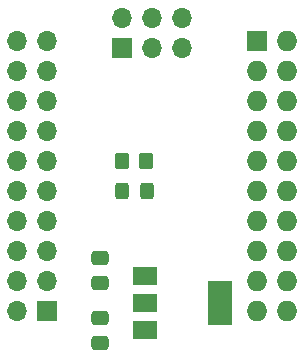
<source format=gbr>
G04 #@! TF.GenerationSoftware,KiCad,Pcbnew,(6.0.8)*
G04 #@! TF.CreationDate,2023-03-10T19:02:43+01:00*
G04 #@! TF.ProjectId,Jlink_power_supply,4a6c696e-6b5f-4706-9f77-65725f737570,rev?*
G04 #@! TF.SameCoordinates,Original*
G04 #@! TF.FileFunction,Soldermask,Top*
G04 #@! TF.FilePolarity,Negative*
%FSLAX46Y46*%
G04 Gerber Fmt 4.6, Leading zero omitted, Abs format (unit mm)*
G04 Created by KiCad (PCBNEW (6.0.8)) date 2023-03-10 19:02:43*
%MOMM*%
%LPD*%
G01*
G04 APERTURE LIST*
G04 Aperture macros list*
%AMRoundRect*
0 Rectangle with rounded corners*
0 $1 Rounding radius*
0 $2 $3 $4 $5 $6 $7 $8 $9 X,Y pos of 4 corners*
0 Add a 4 corners polygon primitive as box body*
4,1,4,$2,$3,$4,$5,$6,$7,$8,$9,$2,$3,0*
0 Add four circle primitives for the rounded corners*
1,1,$1+$1,$2,$3*
1,1,$1+$1,$4,$5*
1,1,$1+$1,$6,$7*
1,1,$1+$1,$8,$9*
0 Add four rect primitives between the rounded corners*
20,1,$1+$1,$2,$3,$4,$5,0*
20,1,$1+$1,$4,$5,$6,$7,0*
20,1,$1+$1,$6,$7,$8,$9,0*
20,1,$1+$1,$8,$9,$2,$3,0*%
G04 Aperture macros list end*
%ADD10R,2.000000X1.500000*%
%ADD11R,2.000000X3.800000*%
%ADD12R,1.727200X1.727200*%
%ADD13O,1.727200X1.727200*%
%ADD14R,1.700000X1.700000*%
%ADD15O,1.700000X1.700000*%
%ADD16RoundRect,0.250000X0.475000X-0.337500X0.475000X0.337500X-0.475000X0.337500X-0.475000X-0.337500X0*%
%ADD17RoundRect,0.250000X-0.325000X-0.450000X0.325000X-0.450000X0.325000X0.450000X-0.325000X0.450000X0*%
%ADD18RoundRect,0.250000X0.350000X0.450000X-0.350000X0.450000X-0.350000X-0.450000X0.350000X-0.450000X0*%
G04 APERTURE END LIST*
D10*
X127685000Y-116445000D03*
D11*
X133985000Y-118745000D03*
D10*
X127685000Y-118745000D03*
X127685000Y-121045000D03*
D12*
X137160000Y-96520000D03*
D13*
X139700000Y-96520000D03*
X137160000Y-99060000D03*
X139700000Y-99060000D03*
X137160000Y-101600000D03*
X139700000Y-101600000D03*
X137160000Y-104140000D03*
X139700000Y-104140000D03*
X137160000Y-106680000D03*
X139700000Y-106680000D03*
X137160000Y-109220000D03*
X139700000Y-109220000D03*
X137160000Y-111760000D03*
X139700000Y-111760000D03*
X137160000Y-114300000D03*
X139700000Y-114300000D03*
X137160000Y-116840000D03*
X139700000Y-116840000D03*
X137160000Y-119380000D03*
X139700000Y-119380000D03*
D14*
X125730000Y-97155000D03*
D15*
X125730000Y-94615000D03*
X128270000Y-97155000D03*
X128270000Y-94615000D03*
X130810000Y-97155000D03*
X130810000Y-94615000D03*
D16*
X123825000Y-117010000D03*
X123825000Y-114935000D03*
X123825000Y-122090000D03*
X123825000Y-120015000D03*
D17*
X125730000Y-109220000D03*
X127780000Y-109220000D03*
D18*
X127730000Y-106680000D03*
X125730000Y-106680000D03*
D14*
X119380000Y-119380000D03*
D15*
X116840000Y-119380000D03*
X119380000Y-116840000D03*
X116840000Y-116840000D03*
X119380000Y-114300000D03*
X116840000Y-114300000D03*
X119380000Y-111760000D03*
X116840000Y-111760000D03*
X119380000Y-109220000D03*
X116840000Y-109220000D03*
X119380000Y-106680000D03*
X116840000Y-106680000D03*
X119380000Y-104140000D03*
X116840000Y-104140000D03*
X119380000Y-101600000D03*
X116840000Y-101600000D03*
X119380000Y-99060000D03*
X116840000Y-99060000D03*
X119380000Y-96520000D03*
X116840000Y-96520000D03*
M02*

</source>
